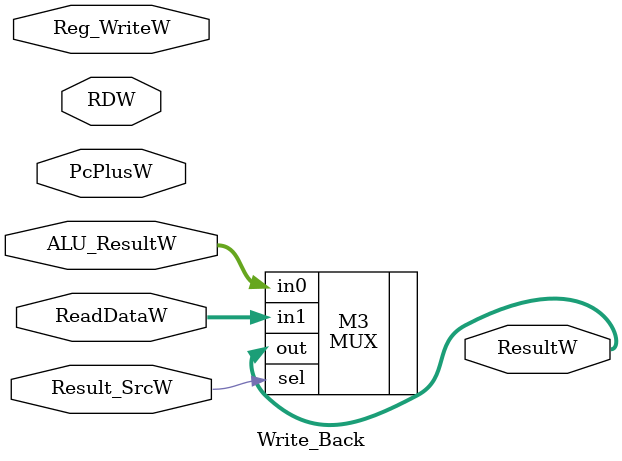
<source format=v>
module Write_Back (
  input Reg_WriteW,Result_SrcW,
  input [31:0] ReadDataW,PcPlusW,ALU_ResultW,
  input [4:0]RDW,
  output [31:0]ResultW
  );
  
  MUX M3(
          .in0(ALU_ResultW),
          .in1(ReadDataW),
          .sel(Result_SrcW),
          .out(ResultW)
         ); 
 endmodule        
         
</source>
